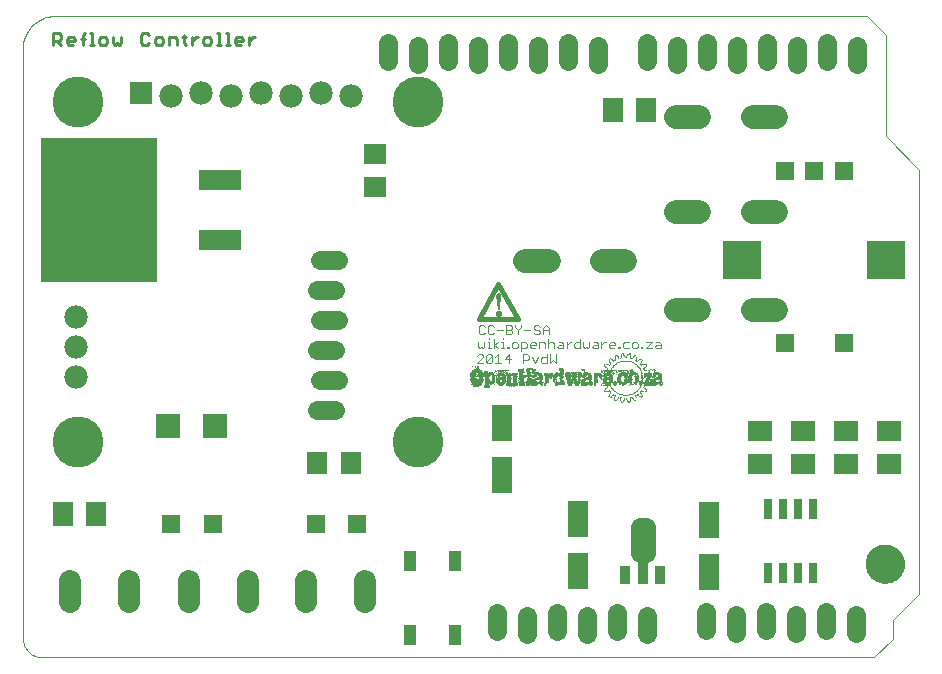
<source format=gts>
G75*
G70*
%OFA0B0*%
%FSLAX24Y24*%
%IPPOS*%
%LPD*%
%AMOC8*
5,1,8,0,0,1.08239X$1,22.5*
%
%ADD10C,0.0000*%
%ADD11C,0.1300*%
%ADD12R,0.0014X0.0014*%
%ADD13R,0.0014X0.0014*%
%ADD14R,0.0015X0.0014*%
%ADD15R,0.0029X0.0014*%
%ADD16R,0.0014X0.0014*%
%ADD17R,0.0014X0.0014*%
%ADD18R,0.0043X0.0014*%
%ADD19R,0.0043X0.0014*%
%ADD20R,0.0029X0.0014*%
%ADD21R,0.0028X0.0014*%
%ADD22R,0.0200X0.0014*%
%ADD23R,0.0042X0.0014*%
%ADD24R,0.0015X0.0014*%
%ADD25R,0.0028X0.0014*%
%ADD26R,0.0058X0.0014*%
%ADD27R,0.0072X0.0014*%
%ADD28R,0.0171X0.0014*%
%ADD29R,0.0186X0.0014*%
%ADD30R,0.0129X0.0014*%
%ADD31R,0.0114X0.0014*%
%ADD32R,0.0214X0.0014*%
%ADD33R,0.0143X0.0014*%
%ADD34R,0.0243X0.0014*%
%ADD35R,0.0143X0.0014*%
%ADD36R,0.0114X0.0014*%
%ADD37R,0.0172X0.0014*%
%ADD38R,0.0229X0.0014*%
%ADD39R,0.0142X0.0014*%
%ADD40R,0.0186X0.0014*%
%ADD41R,0.0071X0.0014*%
%ADD42R,0.0057X0.0014*%
%ADD43R,0.0100X0.0014*%
%ADD44R,0.0072X0.0014*%
%ADD45R,0.0057X0.0014*%
%ADD46R,0.0428X0.0014*%
%ADD47R,0.0271X0.0014*%
%ADD48R,0.0172X0.0014*%
%ADD49R,0.0229X0.0014*%
%ADD50R,0.0400X0.0014*%
%ADD51R,0.0057X0.0014*%
%ADD52R,0.0157X0.0014*%
%ADD53R,0.0128X0.0014*%
%ADD54R,0.0086X0.0014*%
%ADD55R,0.0100X0.0014*%
%ADD56R,0.0471X0.0014*%
%ADD57R,0.0315X0.0014*%
%ADD58R,0.0071X0.0014*%
%ADD59R,0.0215X0.0014*%
%ADD60R,0.0429X0.0014*%
%ADD61R,0.0343X0.0014*%
%ADD62R,0.0142X0.0014*%
%ADD63R,0.0243X0.0014*%
%ADD64R,0.0057X0.0014*%
%ADD65R,0.0486X0.0014*%
%ADD66R,0.0329X0.0014*%
%ADD67R,0.0415X0.0014*%
%ADD68R,0.0172X0.0014*%
%ADD69R,0.0085X0.0014*%
%ADD70R,0.0228X0.0014*%
%ADD71R,0.0115X0.0014*%
%ADD72R,0.0357X0.0014*%
%ADD73R,0.0286X0.0014*%
%ADD74R,0.0257X0.0014*%
%ADD75R,0.0357X0.0014*%
%ADD76R,0.0285X0.0014*%
%ADD77R,0.0428X0.0014*%
%ADD78R,0.0300X0.0014*%
%ADD79R,0.0500X0.0014*%
%ADD80R,0.0371X0.0014*%
%ADD81R,0.0385X0.0014*%
%ADD82R,0.0314X0.0014*%
%ADD83R,0.0157X0.0014*%
%ADD84R,0.0072X0.0014*%
%ADD85R,0.0157X0.0014*%
%ADD86R,0.0214X0.0014*%
%ADD87R,0.0314X0.0014*%
%ADD88R,0.0328X0.0014*%
%ADD89R,0.0128X0.0014*%
%ADD90R,0.0200X0.0014*%
%ADD91R,0.0129X0.0014*%
%ADD92R,0.0114X0.0014*%
%ADD93R,0.0058X0.0014*%
%ADD94R,0.0158X0.0014*%
%ADD95R,0.0114X0.0014*%
%ADD96R,0.0185X0.0014*%
%ADD97R,0.0272X0.0014*%
%ADD98R,0.0443X0.0014*%
%ADD99R,0.0314X0.0014*%
%ADD100R,0.0171X0.0014*%
%ADD101R,0.0086X0.0014*%
%ADD102R,0.0314X0.0014*%
%ADD103R,0.0342X0.0014*%
%ADD104R,0.0115X0.0014*%
%ADD105R,0.0157X0.0014*%
%ADD106R,0.0257X0.0014*%
%ADD107R,0.0457X0.0014*%
%ADD108R,0.0457X0.0014*%
%ADD109R,0.0414X0.0014*%
%ADD110R,0.0185X0.0014*%
%ADD111R,0.0085X0.0014*%
%ADD112R,0.0272X0.0014*%
%ADD113R,0.0242X0.0014*%
%ADD114R,0.0329X0.0014*%
%ADD115R,0.0172X0.0014*%
%ADD116R,0.0042X0.0014*%
%ADD117R,0.0072X0.0014*%
%ADD118R,0.0214X0.0014*%
%ADD119R,0.0271X0.0014*%
%ADD120C,0.0100*%
%ADD121C,0.0030*%
%ADD122C,0.0160*%
%ADD123C,0.0050*%
%ADD124C,0.0039*%
%ADD125R,0.0276X0.0650*%
%ADD126R,0.0827X0.0670*%
%ADD127C,0.0745*%
%ADD128R,0.0670X0.0827*%
%ADD129R,0.0827X0.0827*%
%ADD130C,0.0780*%
%ADD131R,0.0670X0.1221*%
%ADD132R,0.0631X0.0631*%
%ADD133R,0.0670X0.0750*%
%ADD134R,0.0355X0.0591*%
%ADD135R,0.0355X0.0788*%
%ADD136C,0.0630*%
%ADD137R,0.3879X0.4843*%
%ADD138R,0.1418X0.0670*%
%ADD139C,0.0640*%
%ADD140R,0.0780X0.0780*%
%ADD141R,0.0434X0.0709*%
%ADD142R,0.0750X0.0670*%
%ADD143C,0.0808*%
%ADD144R,0.0634X0.0634*%
%ADD145R,0.1306X0.1306*%
%ADD146C,0.1700*%
D10*
X029336Y004277D02*
X029338Y004327D01*
X029344Y004377D01*
X029354Y004426D01*
X029368Y004474D01*
X029385Y004521D01*
X029406Y004566D01*
X029431Y004610D01*
X029459Y004651D01*
X029491Y004690D01*
X029525Y004727D01*
X029562Y004761D01*
X029602Y004791D01*
X029644Y004818D01*
X029688Y004842D01*
X029734Y004863D01*
X029781Y004879D01*
X029829Y004892D01*
X029879Y004901D01*
X029928Y004906D01*
X029979Y004907D01*
X030029Y004904D01*
X030078Y004897D01*
X030127Y004886D01*
X030175Y004871D01*
X030221Y004853D01*
X030266Y004831D01*
X030309Y004805D01*
X030350Y004776D01*
X030389Y004744D01*
X030425Y004709D01*
X030457Y004671D01*
X030487Y004631D01*
X030514Y004588D01*
X030537Y004544D01*
X030556Y004498D01*
X030572Y004450D01*
X030584Y004401D01*
X030592Y004352D01*
X030596Y004302D01*
X030596Y004252D01*
X030592Y004202D01*
X030584Y004153D01*
X030572Y004104D01*
X030556Y004056D01*
X030537Y004010D01*
X030514Y003966D01*
X030487Y003923D01*
X030457Y003883D01*
X030425Y003845D01*
X030389Y003810D01*
X030350Y003778D01*
X030309Y003749D01*
X030266Y003723D01*
X030221Y003701D01*
X030175Y003683D01*
X030127Y003668D01*
X030078Y003657D01*
X030029Y003650D01*
X029979Y003647D01*
X029928Y003648D01*
X029879Y003653D01*
X029829Y003662D01*
X029781Y003675D01*
X029734Y003691D01*
X029688Y003712D01*
X029644Y003736D01*
X029602Y003763D01*
X029562Y003793D01*
X029525Y003827D01*
X029491Y003864D01*
X029459Y003903D01*
X029431Y003944D01*
X029406Y003988D01*
X029385Y004033D01*
X029368Y004080D01*
X029354Y004128D01*
X029344Y004177D01*
X029338Y004227D01*
X029336Y004277D01*
D11*
X029966Y004277D03*
D12*
X022031Y010034D03*
X021831Y009976D03*
X021831Y009962D03*
X021731Y010034D03*
X021831Y010162D03*
X021731Y010291D03*
X021531Y010434D03*
X021531Y010448D03*
X021431Y010605D03*
X021731Y010576D03*
X021831Y010734D03*
X021731Y010862D03*
X021831Y010934D03*
X021731Y011005D03*
X021831Y011076D03*
X021630Y011195D03*
X022031Y010891D03*
X022031Y010876D03*
X022031Y010862D03*
X021931Y010434D03*
X022331Y010376D03*
X022531Y010334D03*
X021431Y009634D03*
X021231Y009634D03*
X021031Y009705D03*
X020831Y009962D03*
X020831Y009991D03*
X020931Y010048D03*
X020831Y010191D03*
X020831Y010205D03*
X020731Y010134D03*
X020631Y010034D03*
X020131Y010234D03*
X020031Y010276D03*
X020131Y010362D03*
X019831Y010648D03*
X019131Y010534D03*
X019031Y010376D03*
X019031Y010362D03*
X019031Y010334D03*
X018031Y010491D03*
X017931Y010491D03*
X017931Y010462D03*
X017031Y010605D03*
X016331Y010834D03*
X016231Y010834D03*
X020631Y010876D03*
X020731Y010762D03*
X020831Y010934D03*
X020931Y010848D03*
X020941Y011016D03*
X021039Y011206D03*
D13*
X021053Y011192D03*
X021082Y011163D03*
X021098Y011145D03*
X021184Y011145D03*
X021182Y011163D03*
X021182Y011177D03*
X021182Y011192D03*
X021182Y011206D03*
X021193Y011235D03*
X021193Y011249D03*
X021273Y011209D03*
X021287Y011195D03*
X021287Y011180D03*
X021287Y011166D03*
X021373Y011166D03*
X021374Y011148D03*
X021387Y011195D03*
X021387Y011209D03*
X021422Y011249D03*
X021479Y011249D03*
X021487Y011209D03*
X021487Y011195D03*
X021487Y011180D03*
X021487Y011166D03*
X021488Y011148D03*
X021488Y011134D03*
X021588Y011148D03*
X021616Y011180D03*
X021688Y011154D03*
X021688Y011140D03*
X021688Y011125D03*
X021688Y011105D03*
X021688Y011091D03*
X021688Y011076D03*
X021674Y011048D03*
X021688Y011034D03*
X021774Y011048D03*
X021874Y011005D03*
X021874Y010991D03*
X021845Y010948D03*
X021845Y010905D03*
X021745Y010848D03*
X021717Y010876D03*
X021788Y010791D03*
X021817Y010762D03*
X021817Y010748D03*
X021845Y010705D03*
X021874Y010648D03*
X021874Y010634D03*
X021874Y010562D03*
X021874Y010548D03*
X021874Y010534D03*
X021874Y010505D03*
X021874Y010476D03*
X021874Y010462D03*
X021874Y010434D03*
X021874Y010362D03*
X021845Y010205D03*
X021845Y010191D03*
X021817Y010148D03*
X021817Y010134D03*
X021788Y010105D03*
X021788Y010091D03*
X021774Y010076D03*
X021745Y010048D03*
X021688Y009991D03*
X021645Y009962D03*
X021617Y009948D03*
X021674Y009848D03*
X021688Y009805D03*
X021745Y009876D03*
X021774Y009862D03*
X021788Y009848D03*
X021817Y009834D03*
X021874Y009834D03*
X021888Y009848D03*
X021888Y009862D03*
X021874Y009891D03*
X021874Y009905D03*
X021845Y009948D03*
X021845Y010005D03*
X021874Y010034D03*
X021945Y010134D03*
X021945Y010148D03*
X021974Y010105D03*
X021988Y010091D03*
X022017Y010062D03*
X022017Y010048D03*
X022017Y010005D03*
X021674Y010276D03*
X021588Y010234D03*
X021517Y010234D03*
X021474Y010205D03*
X021417Y010491D03*
X021417Y010648D03*
X021417Y010662D03*
X021388Y010662D03*
X021388Y010648D03*
X021445Y010648D03*
X021317Y010648D03*
X021045Y010662D03*
X021017Y010691D03*
X020988Y010705D03*
X020974Y010691D03*
X020945Y010648D03*
X020945Y010562D03*
X021017Y010576D03*
X020874Y010762D03*
X020874Y010776D03*
X020888Y010791D03*
X020945Y010862D03*
X020988Y010891D03*
X021045Y010934D03*
X020984Y011045D03*
X020998Y011059D03*
X020998Y011074D03*
X020984Y011102D03*
X020984Y011116D03*
X020984Y011145D03*
X020982Y011163D03*
X020982Y011177D03*
X020982Y011192D03*
X020898Y011059D03*
X020827Y011102D03*
X020798Y011074D03*
X020798Y011045D03*
X020827Y010974D03*
X020827Y010959D03*
X020817Y010891D03*
X020717Y010776D03*
X020717Y010748D03*
X020717Y010734D03*
X020674Y010805D03*
X020645Y010848D03*
X020645Y010891D03*
X020645Y010905D03*
X020545Y010691D03*
X020545Y010662D03*
X020517Y010648D03*
X020574Y010534D03*
X020645Y010648D03*
X020774Y010405D03*
X020845Y010176D03*
X020845Y010162D03*
X020874Y010134D03*
X020888Y010105D03*
X020917Y010062D03*
X020945Y010034D03*
X020974Y010005D03*
X021017Y009976D03*
X021088Y009934D03*
X020988Y009862D03*
X020988Y009848D03*
X020988Y009834D03*
X020974Y009805D03*
X020974Y009791D03*
X020974Y009776D03*
X020974Y009762D03*
X020974Y009748D03*
X020974Y009734D03*
X021074Y009748D03*
X021088Y009776D03*
X021174Y009776D03*
X021174Y009762D03*
X021174Y009748D03*
X021174Y009734D03*
X021174Y009705D03*
X021188Y009676D03*
X021188Y009662D03*
X021188Y009648D03*
X021245Y009648D03*
X021274Y009691D03*
X021288Y009734D03*
X021374Y009734D03*
X021374Y009748D03*
X021374Y009762D03*
X021388Y009705D03*
X021388Y009691D03*
X021417Y009662D03*
X021417Y009648D03*
X021474Y009648D03*
X021474Y009662D03*
X021488Y009676D03*
X021488Y009691D03*
X021488Y009705D03*
X021488Y009734D03*
X021488Y009748D03*
X021488Y009762D03*
X021488Y009776D03*
X021574Y009776D03*
X021588Y009762D03*
X021645Y009705D03*
X021674Y009705D03*
X020917Y009876D03*
X020817Y009934D03*
X020817Y009948D03*
X020845Y009976D03*
X020817Y010005D03*
X020788Y010034D03*
X020688Y010105D03*
X020674Y010091D03*
X020645Y010048D03*
X020645Y010005D03*
X020717Y010148D03*
X020717Y010162D03*
X020545Y010205D03*
X020545Y010234D03*
X020545Y010248D03*
X020517Y010234D03*
X020217Y010276D03*
X020217Y010291D03*
X020188Y010276D03*
X020188Y010334D03*
X020188Y010348D03*
X020145Y010391D03*
X019845Y010391D03*
X019845Y010362D03*
X019817Y010305D03*
X019817Y010291D03*
X019717Y010205D03*
X019688Y010462D03*
X019717Y010491D03*
X019617Y010605D03*
X019517Y010648D03*
X019474Y010648D03*
X019417Y010648D03*
X019374Y010634D03*
X019374Y010605D03*
X019245Y010505D03*
X019245Y010462D03*
X019245Y010448D03*
X019174Y010434D03*
X019145Y010434D03*
X019017Y010348D03*
X018974Y010362D03*
X018974Y010376D03*
X018917Y010391D03*
X018917Y010405D03*
X018574Y010291D03*
X018574Y010276D03*
X018545Y010334D03*
X018517Y010334D03*
X018488Y010234D03*
X018345Y010376D03*
X018188Y010548D03*
X018117Y010505D03*
X018088Y010476D03*
X018074Y010505D03*
X018045Y010348D03*
X017917Y010334D03*
X017645Y010176D03*
X017545Y010176D03*
X017345Y010305D03*
X017374Y010348D03*
X017374Y010634D03*
X017388Y010648D03*
X017345Y010676D03*
X017274Y010662D03*
X017274Y010648D03*
X017417Y010691D03*
X017117Y010705D03*
X017088Y010648D03*
X017017Y010534D03*
X017017Y010505D03*
X017017Y010462D03*
X016945Y010262D03*
X016688Y010134D03*
X016645Y010505D03*
X016645Y010548D03*
X016688Y010548D03*
X016474Y010734D03*
X016374Y010562D03*
X017945Y010762D03*
X018188Y010648D03*
X018188Y010634D03*
X019488Y010448D03*
X020788Y009891D03*
X020788Y009876D03*
X020788Y009862D03*
X020774Y009848D03*
X020788Y009834D03*
X021117Y010334D03*
X021688Y010476D03*
X021717Y010591D03*
X021945Y010748D03*
X021945Y010762D03*
X021974Y010791D03*
X021988Y010805D03*
X022017Y010848D03*
X022017Y010905D03*
X021888Y011048D03*
X021617Y010948D03*
X021588Y010962D03*
X022117Y010691D03*
X022117Y010676D03*
X022117Y010648D03*
X022245Y010705D03*
X022288Y010662D03*
X022188Y010391D03*
X022174Y010376D03*
X022017Y010505D03*
X022474Y010234D03*
D14*
X022560Y010276D03*
X022560Y010291D03*
X022503Y010334D03*
X022160Y010391D03*
X022103Y010634D03*
X022160Y010734D03*
X022203Y010734D03*
X021960Y010734D03*
X021860Y010676D03*
X021860Y010662D03*
X021803Y010776D03*
X021760Y010834D03*
X021703Y010891D03*
X021760Y011034D03*
X021803Y011062D03*
X021860Y011076D03*
X021860Y010976D03*
X021860Y010891D03*
X021560Y010976D03*
X021560Y011091D03*
X021601Y011166D03*
X021408Y011235D03*
X021265Y011235D03*
X021112Y011116D03*
X021112Y011102D03*
X021068Y011177D03*
X020912Y011045D03*
X020812Y011002D03*
X020812Y010988D03*
X020812Y011088D03*
X020960Y010876D03*
X021003Y010905D03*
X021069Y010959D03*
X020903Y010805D03*
X020860Y010748D03*
X020903Y010676D03*
X020860Y010634D03*
X020803Y010634D03*
X020703Y010791D03*
X020660Y010834D03*
X020560Y010548D03*
X020803Y010448D03*
X020703Y010191D03*
X020660Y010076D03*
X020660Y010062D03*
X020803Y009905D03*
X020903Y009862D03*
X021003Y009991D03*
X021060Y009948D03*
X021103Y009791D03*
X021060Y009734D03*
X021260Y009676D03*
X021260Y009662D03*
X021303Y009762D03*
X021403Y009676D03*
X021603Y009748D03*
X021703Y009876D03*
X021660Y009976D03*
X021703Y010005D03*
X021760Y010062D03*
X021860Y009934D03*
X022003Y010076D03*
X021960Y010176D03*
X021960Y010191D03*
X021903Y010362D03*
X021903Y010376D03*
X021903Y010391D03*
X021903Y010405D03*
X021903Y010434D03*
X021903Y010448D03*
X021903Y010462D03*
X021903Y010476D03*
X021903Y010491D03*
X021903Y010505D03*
X021903Y010534D03*
X021403Y010605D03*
X021260Y010676D03*
X021160Y010248D03*
X020903Y010091D03*
X020903Y010076D03*
X020860Y010148D03*
X020560Y010262D03*
X020003Y010376D03*
X019803Y010605D03*
X019803Y010648D03*
X019860Y010734D03*
X019903Y010705D03*
X019403Y010634D03*
X019060Y010534D03*
X018303Y010662D03*
X018203Y010434D03*
X018003Y010476D03*
X017960Y010462D03*
X017903Y010476D03*
X017903Y010491D03*
X017860Y010462D03*
X017760Y010448D03*
X017760Y010376D03*
X017703Y010605D03*
X017360Y010562D03*
X017303Y010634D03*
X017060Y010705D03*
X017003Y010705D03*
X016960Y010648D03*
X017003Y010548D03*
X016960Y010234D03*
X017460Y010176D03*
X016360Y010434D03*
X016203Y010234D03*
D15*
X017053Y010691D03*
X017096Y010691D03*
X017310Y010705D03*
X017953Y010291D03*
X018053Y010334D03*
X018053Y010391D03*
X018310Y010648D03*
X018310Y010676D03*
X018310Y010691D03*
X018496Y010391D03*
X018567Y010262D03*
X018567Y010248D03*
X018953Y010348D03*
X019110Y010548D03*
X019696Y010476D03*
X019853Y010348D03*
X019810Y010276D03*
X020010Y010391D03*
X020067Y010276D03*
X020167Y010362D03*
X020210Y010248D03*
X020696Y010205D03*
X021067Y010334D03*
X020953Y010605D03*
X020896Y010591D03*
X020867Y010705D03*
X020796Y010876D03*
X020753Y010891D03*
X020876Y011074D03*
X021018Y011220D03*
X021162Y011002D03*
X021105Y010974D03*
X020653Y010691D03*
X020610Y010691D03*
X020553Y010648D03*
X020567Y010634D03*
X019953Y010648D03*
X019953Y010676D03*
X019953Y010691D03*
X019896Y010734D03*
X020967Y009876D03*
X020853Y009834D03*
X020996Y009705D03*
X021110Y009805D03*
X021153Y009905D03*
X021553Y009805D03*
X021610Y009734D03*
X021596Y009934D03*
X021567Y010248D03*
X021610Y010305D03*
X021653Y010476D03*
X021653Y010505D03*
X021653Y010534D03*
X021653Y010548D03*
X021610Y010562D03*
X021653Y010634D03*
X021696Y010505D03*
X021953Y010462D03*
X022110Y010205D03*
X022553Y010262D03*
X022567Y010305D03*
X022296Y010648D03*
X022296Y010676D03*
X022296Y010691D03*
X021953Y010776D03*
X021910Y010891D03*
X021651Y011209D03*
D16*
X021574Y011119D03*
X021488Y011119D03*
X021487Y011223D03*
X021273Y011223D03*
X021184Y011131D03*
X020984Y011131D03*
X020927Y011031D03*
X020798Y011031D03*
X020917Y010819D03*
X020845Y010719D03*
X021088Y010719D03*
X021017Y010919D03*
X020588Y010619D03*
X021074Y010319D03*
X021174Y010319D03*
X021474Y010219D03*
X021717Y010019D03*
X021688Y009819D03*
X021488Y009719D03*
X021288Y009719D03*
X021174Y009719D03*
X021045Y009719D03*
X020974Y009719D03*
X020774Y010019D03*
X020874Y010119D03*
X020817Y010219D03*
X020545Y010219D03*
X019917Y010619D03*
X018917Y010419D03*
X018588Y010319D03*
X017345Y010619D03*
X017017Y010519D03*
X016674Y010519D03*
X016645Y010519D03*
X021645Y010619D03*
X021874Y010619D03*
X021874Y010519D03*
X022017Y010519D03*
X022074Y010619D03*
X021774Y010819D03*
X021745Y011019D03*
X021874Y011019D03*
X022574Y010319D03*
D17*
X022031Y010019D03*
X021631Y009719D03*
X020631Y010019D03*
X020531Y010419D03*
X020331Y010419D03*
X020231Y010319D03*
X020831Y010919D03*
X021031Y010719D03*
X021431Y010619D03*
X021831Y010919D03*
X019431Y010619D03*
X017931Y010319D03*
D18*
X017889Y010305D03*
X017803Y010334D03*
X017803Y010434D03*
X017803Y010476D03*
X017946Y010476D03*
X017989Y010505D03*
X018017Y010276D03*
X018360Y010391D03*
X018403Y010276D03*
X018474Y010334D03*
X018303Y010705D03*
X018303Y010734D03*
X019046Y010634D03*
X019174Y010448D03*
X019160Y010405D03*
X018989Y010405D03*
X018946Y010334D03*
X019660Y010605D03*
X019946Y010705D03*
X019946Y010734D03*
X020117Y010334D03*
X020303Y010476D03*
X020374Y010362D03*
X020574Y010405D03*
X020760Y010448D03*
X020917Y010705D03*
X021046Y010634D03*
X021303Y010691D03*
X021203Y011005D03*
X021474Y011005D03*
X021947Y010900D03*
X021984Y010905D03*
X021989Y010705D03*
X021874Y010605D03*
X021874Y010591D03*
X021746Y010505D03*
X021746Y010476D03*
X021746Y010462D03*
X021746Y010448D03*
X021660Y010234D03*
X021474Y009891D03*
X021503Y009791D03*
X021203Y009891D03*
X021160Y009791D03*
X021174Y010305D03*
X020546Y010676D03*
X022289Y010705D03*
X022346Y010391D03*
X022389Y010276D03*
X022460Y010334D03*
X017603Y010305D03*
X017603Y010176D03*
X017203Y010448D03*
X017274Y010562D03*
X016989Y010676D03*
X016403Y010776D03*
X016403Y010791D03*
D19*
X018303Y010719D03*
X018717Y010419D03*
X019946Y010719D03*
X020474Y010619D03*
X020817Y009819D03*
X021517Y010419D03*
X021646Y010519D03*
X022289Y010719D03*
D20*
X021710Y011019D03*
X020910Y010619D03*
X020367Y010419D03*
X020296Y010419D03*
X021567Y009919D03*
X021853Y009819D03*
X021896Y010019D03*
X018653Y010419D03*
X017396Y010619D03*
D21*
X017881Y010334D03*
X017981Y010491D03*
X018138Y010476D03*
X018181Y010534D03*
X018238Y010662D03*
X018838Y010434D03*
X018938Y010362D03*
X018981Y010448D03*
X019181Y010391D03*
X018581Y010305D03*
X020224Y010305D03*
X020224Y010262D03*
X020738Y010005D03*
X020881Y009848D03*
X020938Y009891D03*
X021038Y009962D03*
X021124Y010248D03*
X021024Y010562D03*
X020938Y010576D03*
X020938Y010591D03*
X020924Y010634D03*
X020824Y010648D03*
X021024Y010705D03*
X021134Y010988D03*
X021148Y011116D03*
X020989Y011206D03*
X020848Y011088D03*
X021524Y010991D03*
X021638Y010934D03*
X021681Y010905D03*
X021881Y010876D03*
X021881Y011062D03*
X021680Y011195D03*
X021881Y010576D03*
X021724Y010305D03*
X021681Y010305D03*
X021681Y010291D03*
X021638Y010276D03*
X021624Y010291D03*
X021981Y010205D03*
X021924Y010005D03*
X021681Y009862D03*
X021524Y009905D03*
X022481Y010391D03*
X016738Y010634D03*
X016738Y010662D03*
X016638Y010562D03*
X016324Y010805D03*
D22*
X016352Y010734D03*
X016495Y010576D03*
X016495Y010562D03*
X016481Y010405D03*
X016238Y010548D03*
X017138Y010548D03*
X017167Y010605D03*
X017167Y010676D03*
X018795Y010562D03*
X019481Y010348D03*
X019481Y010334D03*
X019695Y010334D03*
X019695Y010348D03*
X020438Y010576D03*
X020695Y010548D03*
X021252Y010291D03*
X021338Y009876D03*
D23*
X021731Y009891D03*
X020831Y010562D03*
X020831Y010662D03*
X021531Y011105D03*
X018931Y010448D03*
X018231Y010634D03*
X018231Y010648D03*
X018231Y010676D03*
X018131Y010348D03*
X016631Y010576D03*
D24*
X017903Y010319D03*
X019403Y010619D03*
X020703Y010719D03*
X020960Y010619D03*
X021003Y010719D03*
X021403Y010619D03*
X021660Y010919D03*
X022003Y010819D03*
X021960Y010719D03*
X021903Y010519D03*
X021903Y010419D03*
X021960Y010119D03*
X021860Y010019D03*
X021860Y009919D03*
X021803Y010119D03*
X020960Y010019D03*
X020803Y010019D03*
X020803Y009919D03*
X020703Y010119D03*
X020969Y011031D03*
X021401Y011223D03*
D25*
X021138Y010719D03*
X021738Y010319D03*
X021124Y009919D03*
X019681Y010619D03*
D26*
X020781Y010534D03*
X020681Y009991D03*
X022481Y010276D03*
X017881Y010448D03*
X017381Y010605D03*
X017281Y010548D03*
D27*
X017888Y010434D03*
X019174Y010462D03*
X020188Y010234D03*
X020288Y010234D03*
X020288Y010248D03*
X020288Y010262D03*
X020488Y010448D03*
X020474Y010605D03*
X020588Y010705D03*
X020288Y010576D03*
X021674Y010448D03*
X021674Y010262D03*
X021988Y009991D03*
X016388Y010805D03*
D28*
X016367Y010748D03*
X016253Y010648D03*
X016496Y010605D03*
X016496Y010591D03*
X016696Y010205D03*
X016696Y010191D03*
X016696Y010176D03*
X016696Y010162D03*
X016696Y010148D03*
X017167Y010234D03*
X017210Y010691D03*
X017853Y010648D03*
X018253Y010348D03*
X019167Y010591D03*
X019167Y010605D03*
X019196Y010305D03*
X019610Y010391D03*
X019696Y010305D03*
X019696Y010291D03*
X019696Y010276D03*
X019696Y010262D03*
X020767Y010691D03*
X021553Y010648D03*
X022010Y010291D03*
D29*
X022445Y010462D03*
X021517Y010591D03*
X020731Y010234D03*
X019388Y010534D03*
X019388Y010548D03*
X019388Y010562D03*
X019388Y010576D03*
X019388Y010591D03*
X017431Y010534D03*
X017431Y010262D03*
X017145Y010562D03*
X016474Y010648D03*
X016231Y010434D03*
X016231Y010376D03*
X016331Y010191D03*
X016331Y010176D03*
X016331Y010162D03*
D30*
X016846Y010262D03*
X017060Y010362D03*
X017060Y010376D03*
X017060Y010391D03*
X017103Y010448D03*
X017246Y010305D03*
X017646Y010362D03*
X017646Y010391D03*
X017646Y010462D03*
X017846Y010391D03*
X018317Y010562D03*
X018703Y010505D03*
X019603Y010505D03*
X019603Y010476D03*
X019603Y010462D03*
X019603Y010448D03*
X019617Y010648D03*
X019960Y010562D03*
X020346Y010505D03*
X020346Y010491D03*
X020503Y010491D03*
X020617Y010391D03*
X020617Y010376D03*
X020617Y010362D03*
X020660Y010448D03*
X020617Y010191D03*
X020346Y010305D03*
X019903Y010205D03*
X020960Y010305D03*
X021117Y010348D03*
X021117Y010491D03*
X021117Y010505D03*
X021317Y010491D03*
X021317Y010476D03*
X021303Y010305D03*
X021703Y010376D03*
X021703Y010391D03*
X021703Y010405D03*
X021703Y010434D03*
X021703Y010491D03*
X021846Y010291D03*
X021846Y010276D03*
X022046Y010376D03*
X022060Y010405D03*
X022303Y010562D03*
X022503Y010248D03*
X016917Y010548D03*
D31*
X016838Y010634D03*
X016738Y010505D03*
X016695Y010262D03*
X016695Y010248D03*
X016695Y010234D03*
X017267Y010334D03*
X017267Y010491D03*
X017267Y010505D03*
X017438Y010491D03*
X017438Y010476D03*
X017438Y010448D03*
X017438Y010405D03*
X017438Y010391D03*
X017638Y010405D03*
X017638Y010434D03*
X017638Y010448D03*
X017638Y010476D03*
X017638Y010505D03*
X017638Y010376D03*
X017638Y010348D03*
X017638Y010334D03*
X018095Y010548D03*
X018095Y010562D03*
X018095Y010576D03*
X018095Y010591D03*
X018095Y010605D03*
X018095Y010634D03*
X018295Y010491D03*
X018495Y010491D03*
X018495Y010505D03*
X018495Y010534D03*
X018495Y010476D03*
X018695Y010476D03*
X018695Y010462D03*
X018695Y010434D03*
X018695Y010405D03*
X018695Y010376D03*
X018695Y010362D03*
X018695Y010348D03*
X018695Y010334D03*
X018695Y010305D03*
X018695Y010491D03*
X018838Y010534D03*
X018838Y010548D03*
X018824Y010591D03*
X018995Y010562D03*
X019195Y010634D03*
X019195Y010648D03*
X019195Y010662D03*
X019195Y010676D03*
X019195Y010476D03*
X019195Y010362D03*
X019195Y010348D03*
X019424Y010376D03*
X019424Y010391D03*
X019795Y010505D03*
X019938Y010505D03*
X019938Y010491D03*
X019924Y010362D03*
X020138Y010476D03*
X020138Y010491D03*
X020138Y010505D03*
X020138Y010534D03*
X020338Y010462D03*
X020338Y010405D03*
X020338Y010376D03*
X020338Y010348D03*
X020338Y010334D03*
X020824Y010334D03*
X020838Y010348D03*
X020838Y010362D03*
X020824Y010491D03*
X020824Y010505D03*
X020967Y010291D03*
X020967Y010276D03*
X020967Y010262D03*
X020967Y010248D03*
X021324Y010334D03*
X021324Y010348D03*
X021324Y010362D03*
X021324Y010376D03*
X021324Y010391D03*
X021238Y010648D03*
X021138Y010676D03*
X022038Y010191D03*
X022467Y010548D03*
D32*
X022245Y010305D03*
X020717Y010248D03*
X019945Y010262D03*
X019945Y010234D03*
X018245Y010505D03*
X018117Y010762D03*
X017845Y010748D03*
X017845Y010734D03*
X017845Y010705D03*
X017845Y010691D03*
X017845Y010676D03*
X017845Y010662D03*
X017617Y010591D03*
X016345Y010205D03*
X016245Y010534D03*
X016245Y010562D03*
D33*
X016710Y010491D03*
X016710Y010476D03*
X016710Y010462D03*
X016710Y010448D03*
X016710Y010434D03*
X016710Y010405D03*
X016724Y010362D03*
X017096Y010305D03*
X017439Y010291D03*
X017453Y010434D03*
X017653Y010491D03*
X017639Y010291D03*
X017853Y010348D03*
X017853Y010362D03*
X017853Y010376D03*
X018110Y010434D03*
X018253Y010205D03*
X018696Y010291D03*
X018696Y010534D03*
X018467Y010562D03*
X018367Y010634D03*
X019010Y010548D03*
X019396Y010505D03*
X019510Y010605D03*
X019796Y010591D03*
X019796Y010548D03*
X019796Y010534D03*
X019896Y010334D03*
X019696Y010248D03*
X019696Y010234D03*
X020010Y010634D03*
X020110Y010562D03*
X020324Y010591D03*
X020324Y010605D03*
X020339Y010534D03*
X020339Y010291D03*
X020653Y010305D03*
X021110Y010362D03*
X021110Y010376D03*
X021110Y010391D03*
X021110Y010405D03*
X021110Y010434D03*
X021110Y010448D03*
X021110Y010462D03*
X021110Y010476D03*
X021324Y010505D03*
X021324Y010534D03*
X021539Y010634D03*
X021539Y010662D03*
X022053Y010391D03*
X022039Y010362D03*
X022024Y010334D03*
X022010Y010305D03*
X022096Y010462D03*
X022096Y010476D03*
X022110Y010491D03*
X022110Y010505D03*
X022353Y010634D03*
X022453Y010562D03*
X022239Y010205D03*
X021253Y010248D03*
D34*
X016360Y010219D03*
D35*
X016696Y010219D03*
X017439Y010519D03*
X017853Y010419D03*
X019196Y010319D03*
X019696Y010219D03*
X019796Y010519D03*
X020639Y010319D03*
X021110Y010419D03*
X021124Y010519D03*
X021539Y010619D03*
D36*
X020824Y010519D03*
X020824Y010319D03*
X020724Y010219D03*
X020338Y010319D03*
X020138Y010319D03*
X020138Y010519D03*
X018838Y010519D03*
X018695Y010319D03*
X018495Y010319D03*
X018495Y010519D03*
X018095Y010619D03*
X017638Y010419D03*
X017638Y010319D03*
X017438Y010419D03*
X017267Y010319D03*
X017167Y010219D03*
X017267Y010519D03*
D37*
X017438Y010219D03*
X017638Y010219D03*
X016238Y010619D03*
X019924Y010319D03*
X020738Y010619D03*
D38*
X017853Y010219D03*
X016253Y010419D03*
D39*
X017081Y010319D03*
X018081Y010219D03*
X018281Y010519D03*
X019181Y010719D03*
X019481Y010219D03*
D40*
X019488Y010319D03*
X019388Y010519D03*
X019931Y010219D03*
X020031Y010619D03*
X021345Y011019D03*
X022374Y010619D03*
X022245Y010319D03*
X018388Y010619D03*
X018274Y010219D03*
X016488Y010619D03*
D41*
X016746Y010419D03*
X017817Y010319D03*
X018517Y010219D03*
X019617Y010619D03*
X020160Y010219D03*
X021246Y010219D03*
X021846Y010219D03*
X021960Y010519D03*
X022503Y010219D03*
D42*
X021453Y010419D03*
X018639Y010219D03*
D43*
X019045Y010219D03*
X019945Y010519D03*
X020488Y010519D03*
X021845Y010319D03*
X017588Y010619D03*
X016917Y010519D03*
X016745Y010519D03*
D44*
X019774Y010419D03*
X020288Y010219D03*
D45*
X020967Y010219D03*
X019167Y010419D03*
X018967Y010419D03*
X016667Y010419D03*
X016396Y010819D03*
D46*
X022138Y010219D03*
D47*
X022060Y010534D03*
X022403Y010434D03*
X021217Y010276D03*
X020717Y010291D03*
X020746Y010476D03*
X020060Y010434D03*
X018746Y010576D03*
X018417Y010434D03*
X017160Y010291D03*
X016360Y010234D03*
D48*
X016238Y010362D03*
X016224Y010576D03*
X016238Y010605D03*
X016724Y010534D03*
X016724Y010348D03*
X017438Y010276D03*
X017438Y010248D03*
X017438Y010234D03*
X017638Y010234D03*
X017638Y010248D03*
X017638Y010262D03*
X017638Y010276D03*
X019924Y010276D03*
X019924Y010305D03*
X021524Y010576D03*
X021538Y010605D03*
X022238Y010362D03*
X022238Y010348D03*
D49*
X021210Y010705D03*
X019596Y010634D03*
X017853Y010276D03*
X017853Y010262D03*
X017853Y010248D03*
X017853Y010234D03*
X017167Y010591D03*
X016253Y010405D03*
D50*
X018210Y010234D03*
X018352Y010405D03*
D51*
X018510Y010362D03*
X018539Y010234D03*
X018639Y010234D03*
X018639Y010248D03*
X018839Y010448D03*
X018239Y010705D03*
X017924Y010505D03*
X017810Y010462D03*
X017810Y010448D03*
X017339Y010691D03*
X017239Y010705D03*
X017224Y010534D03*
X016839Y010648D03*
X020139Y010276D03*
X020310Y010362D03*
X020839Y010548D03*
X021410Y010634D03*
X021724Y010548D03*
X021953Y010505D03*
X021953Y010491D03*
X021953Y010476D03*
X021853Y010348D03*
X022524Y010234D03*
X021458Y011264D03*
X021229Y011264D03*
X020710Y010905D03*
D52*
X019417Y010476D03*
X019217Y010234D03*
X019046Y010234D03*
X017846Y010548D03*
X017846Y010562D03*
X017846Y010576D03*
X017846Y010591D03*
X017846Y010605D03*
X017846Y010634D03*
X017417Y010334D03*
X016717Y010391D03*
X016217Y010448D03*
X016217Y010462D03*
X016217Y010476D03*
X016217Y010491D03*
X016246Y010634D03*
D53*
X017074Y010405D03*
X017074Y010348D03*
X017074Y010334D03*
X017431Y010305D03*
X017431Y010376D03*
X017431Y010505D03*
X018088Y010648D03*
X018288Y010548D03*
X018974Y010476D03*
X019188Y010334D03*
X019431Y010362D03*
X019474Y010234D03*
X019188Y010691D03*
X019188Y010748D03*
X020131Y010548D03*
X020631Y010505D03*
X020631Y010348D03*
X020631Y010334D03*
X021131Y010534D03*
X021474Y010505D03*
X021474Y010476D03*
X021474Y010462D03*
X021474Y010405D03*
X021488Y010534D03*
X021488Y010548D03*
X021531Y010676D03*
X022031Y010348D03*
D54*
X022267Y010391D03*
X022267Y010734D03*
X021524Y010734D03*
X021481Y010305D03*
X021495Y010276D03*
X020967Y010234D03*
X020967Y010334D03*
X020867Y010534D03*
X020795Y010676D03*
X020724Y010634D03*
X020481Y010462D03*
X020295Y010276D03*
X020138Y010248D03*
X019924Y010391D03*
X019781Y010434D03*
X019781Y010448D03*
X019781Y010462D03*
X019767Y010405D03*
X019767Y010391D03*
X019767Y010376D03*
X019738Y010648D03*
X019438Y010305D03*
X018838Y010462D03*
X018495Y010248D03*
X018467Y010262D03*
X017195Y010662D03*
X017167Y010634D03*
X017095Y010505D03*
X017095Y010491D03*
X016924Y010505D03*
X016924Y010391D03*
X016381Y010762D03*
X021338Y011134D03*
D55*
X021517Y010691D03*
X021488Y010491D03*
X021474Y010334D03*
X021488Y010291D03*
X021702Y010334D03*
X021845Y010334D03*
X021845Y010248D03*
X021845Y010234D03*
X022260Y010376D03*
X022260Y010476D03*
X022274Y010491D03*
X022288Y010534D03*
X022288Y010548D03*
X022460Y010305D03*
X021688Y010562D03*
X021317Y010462D03*
X021260Y010234D03*
X020831Y010376D03*
X020645Y010534D03*
X020488Y010505D03*
X020488Y010476D03*
X020474Y010591D03*
X020331Y010448D03*
X020331Y010434D03*
X020331Y010391D03*
X020117Y010305D03*
X019931Y010348D03*
X019931Y010476D03*
X019945Y010534D03*
X019788Y010491D03*
X019788Y010476D03*
X019417Y010491D03*
X019417Y010405D03*
X019188Y010491D03*
X019174Y010505D03*
X019202Y010534D03*
X019202Y010548D03*
X019002Y010576D03*
X018974Y010534D03*
X018960Y010462D03*
X018845Y010476D03*
X018845Y010491D03*
X018845Y010505D03*
X018688Y010448D03*
X018688Y010391D03*
X018474Y010305D03*
X018274Y010476D03*
X018088Y010405D03*
X017831Y010505D03*
X017788Y010291D03*
X017445Y010348D03*
X017445Y010362D03*
X017445Y010462D03*
X017288Y010448D03*
X017288Y010476D03*
X017274Y010376D03*
X017088Y010534D03*
X016931Y010491D03*
X016931Y010476D03*
X016931Y010462D03*
X016931Y010448D03*
X016931Y010434D03*
X016931Y010405D03*
X016917Y010376D03*
X016917Y010362D03*
X016917Y010534D03*
X016760Y010548D03*
X016660Y010634D03*
X016660Y010662D03*
X020702Y010705D03*
D56*
X022160Y010262D03*
X022160Y010234D03*
D57*
X018210Y010276D03*
X016353Y010248D03*
D58*
X016846Y010248D03*
X017103Y010662D03*
X017360Y010591D03*
X017817Y010491D03*
X017817Y010405D03*
X018117Y010448D03*
X018646Y010562D03*
X018646Y010262D03*
X020660Y010662D03*
X020803Y010705D03*
X020860Y010448D03*
X021103Y010305D03*
X021317Y010448D03*
X021446Y010434D03*
X021503Y010262D03*
X021717Y010534D03*
X021146Y010691D03*
D59*
X017160Y010248D03*
D60*
X018210Y010248D03*
D61*
X018196Y010305D03*
X017553Y010562D03*
X017524Y010548D03*
X017524Y010576D03*
X016767Y010591D03*
X019124Y010262D03*
X019124Y010248D03*
X021224Y010548D03*
X021239Y010562D03*
D62*
X022081Y010448D03*
X022081Y010434D03*
X019481Y010248D03*
X018981Y010491D03*
X019181Y010705D03*
X019181Y010734D03*
X019181Y010762D03*
X019181Y010776D03*
X018681Y010605D03*
X018681Y010591D03*
X018681Y010548D03*
X018281Y010534D03*
X018081Y010662D03*
X016681Y010648D03*
D63*
X016489Y010548D03*
X016489Y010534D03*
X016460Y010376D03*
X017160Y010262D03*
X017174Y010576D03*
X018203Y010391D03*
X018203Y010334D03*
X018389Y010591D03*
X019960Y010248D03*
X020703Y010605D03*
X021217Y010262D03*
X022360Y010605D03*
X022374Y010591D03*
D64*
X022496Y010362D03*
X022096Y010705D03*
X021667Y010605D03*
X021667Y010591D03*
X021667Y010576D03*
X021667Y010462D03*
X021667Y010248D03*
X021496Y010248D03*
X021096Y010291D03*
X020967Y010348D03*
X020896Y010691D03*
X020496Y010434D03*
X020367Y010476D03*
X019167Y010376D03*
X018496Y010276D03*
X017896Y010291D03*
X017896Y010405D03*
X017667Y010305D03*
X017296Y010534D03*
X017467Y010605D03*
X017367Y010705D03*
X017167Y010705D03*
X016667Y010376D03*
X016367Y010362D03*
X016396Y010834D03*
D65*
X022167Y010248D03*
D66*
X016803Y010334D03*
X016360Y010262D03*
X016360Y010691D03*
D67*
X016360Y010348D03*
X016360Y010334D03*
X018203Y010262D03*
D68*
X019481Y010262D03*
X019481Y010276D03*
X019481Y010291D03*
X016481Y010634D03*
D69*
X016753Y010376D03*
X017453Y010591D03*
X017810Y010305D03*
X018653Y010276D03*
X018953Y010434D03*
X019010Y010591D03*
X019010Y010605D03*
X019753Y010362D03*
X020110Y010262D03*
X020653Y010405D03*
X020653Y010491D03*
X020753Y010662D03*
X021453Y010448D03*
X021510Y010705D03*
X022453Y010262D03*
D70*
X020724Y010262D03*
X020724Y010591D03*
D71*
X020810Y010305D03*
X019953Y010548D03*
X019910Y010376D03*
X019410Y010434D03*
X019410Y010448D03*
X019410Y010462D03*
X021710Y010362D03*
X021710Y010348D03*
X021853Y010305D03*
X021853Y010262D03*
X016910Y010348D03*
D72*
X016360Y010291D03*
X016360Y010276D03*
X016360Y010662D03*
X016360Y010676D03*
X019689Y010576D03*
X019689Y010562D03*
D73*
X019981Y010291D03*
X020395Y010562D03*
X022067Y010562D03*
X022067Y010548D03*
X022067Y010576D03*
X022067Y010591D03*
X016781Y010276D03*
X016367Y010705D03*
D74*
X017167Y010276D03*
X018367Y010605D03*
X020067Y010448D03*
X022067Y010605D03*
D75*
X019117Y010291D03*
X019117Y010276D03*
D76*
X020710Y010276D03*
X020753Y010462D03*
X016810Y010562D03*
X016810Y010576D03*
D77*
X022138Y010276D03*
D78*
X021231Y010576D03*
X018188Y010362D03*
X016788Y010291D03*
D79*
X018245Y010291D03*
D80*
X022296Y010291D03*
D81*
X017960Y010534D03*
X016360Y010305D03*
D82*
X016795Y010305D03*
X016767Y010605D03*
X020038Y010405D03*
X020738Y010434D03*
D83*
X021503Y010562D03*
X019603Y010491D03*
X019603Y010434D03*
X019603Y010405D03*
X019003Y010305D03*
X018074Y010676D03*
X018074Y010691D03*
X018074Y010705D03*
X017603Y010605D03*
X016503Y010491D03*
X016503Y010476D03*
X016503Y010462D03*
X016503Y010448D03*
X016503Y010434D03*
X016489Y010362D03*
D84*
X018831Y010605D03*
X019531Y010305D03*
X021231Y010691D03*
D85*
X021317Y010519D03*
X022117Y010519D03*
X018117Y010419D03*
X017846Y010619D03*
X017417Y010319D03*
X016246Y010319D03*
D86*
X016445Y010319D03*
X017845Y010719D03*
D87*
X016795Y010319D03*
X020038Y010419D03*
X020738Y010419D03*
D88*
X018188Y010319D03*
D89*
X017631Y010519D03*
X018988Y010519D03*
X018988Y010319D03*
X019188Y010519D03*
X021231Y010719D03*
X021474Y010519D03*
D90*
X019695Y010319D03*
D91*
X020346Y010519D03*
X020960Y010319D03*
X021317Y010319D03*
X021703Y010419D03*
X022017Y010319D03*
X018703Y010519D03*
D92*
X021481Y010319D03*
X022281Y010519D03*
X022481Y010519D03*
X022481Y010319D03*
D93*
X021681Y010319D03*
X017681Y010619D03*
D94*
X017631Y010534D03*
X017131Y010476D03*
X017131Y010462D03*
X016231Y010591D03*
X020331Y010548D03*
X021231Y010634D03*
X022231Y010334D03*
D95*
X022281Y010505D03*
X022481Y010505D03*
X022481Y010491D03*
X022481Y010476D03*
X022481Y010534D03*
X021481Y010391D03*
X021481Y010376D03*
X021481Y010362D03*
X021481Y010348D03*
X020681Y010676D03*
X020481Y010548D03*
X020481Y010534D03*
X018981Y010505D03*
X018481Y010548D03*
X017281Y010462D03*
X017281Y010362D03*
X017281Y010348D03*
D96*
X018460Y010462D03*
X019160Y010562D03*
X019160Y010576D03*
X019603Y010591D03*
X019603Y010548D03*
X019603Y010534D03*
X019603Y010376D03*
X019603Y010362D03*
X020103Y010462D03*
X020703Y010562D03*
D97*
X022374Y010576D03*
X018388Y010576D03*
X018188Y010376D03*
D98*
X016360Y010391D03*
D99*
X017181Y010434D03*
X022381Y010405D03*
D100*
X019167Y010619D03*
X016496Y010419D03*
D101*
X016924Y010419D03*
X017095Y010519D03*
X021724Y010519D03*
D102*
X022381Y010419D03*
X017181Y010419D03*
D103*
X018381Y010419D03*
D104*
X019410Y010419D03*
X021510Y010719D03*
D105*
X022074Y010419D03*
X019603Y010419D03*
X018074Y010719D03*
D106*
X018124Y010748D03*
X018424Y010448D03*
X020039Y010591D03*
X022410Y010448D03*
D107*
X016367Y010505D03*
D108*
X016367Y010519D03*
D109*
X017988Y010519D03*
D110*
X019603Y010519D03*
D111*
X020653Y010519D03*
X021353Y010719D03*
D112*
X021231Y010591D03*
X020031Y010576D03*
X018131Y010734D03*
D113*
X020031Y010605D03*
X020731Y010576D03*
X021231Y010605D03*
D114*
X016760Y010619D03*
D115*
X017181Y010619D03*
D116*
X018231Y010619D03*
X018231Y010719D03*
X018831Y010619D03*
D117*
X019031Y010619D03*
X019531Y010619D03*
D118*
X021231Y010619D03*
D119*
X016360Y010719D03*
D120*
X008768Y021570D02*
X008768Y021837D01*
X008901Y021837D02*
X008768Y021703D01*
X008901Y021837D02*
X008968Y021837D01*
X008574Y021770D02*
X008574Y021703D01*
X008307Y021703D01*
X008307Y021636D02*
X008307Y021770D01*
X008374Y021837D01*
X008507Y021837D01*
X008574Y021770D01*
X008507Y021570D02*
X008374Y021570D01*
X008307Y021636D01*
X008134Y021570D02*
X008000Y021570D01*
X008067Y021570D02*
X008067Y021970D01*
X008000Y021970D01*
X007760Y021970D02*
X007760Y021570D01*
X007693Y021570D02*
X007827Y021570D01*
X007500Y021636D02*
X007500Y021770D01*
X007433Y021837D01*
X007300Y021837D01*
X007233Y021770D01*
X007233Y021636D01*
X007300Y021570D01*
X007433Y021570D01*
X007500Y021636D01*
X007693Y021970D02*
X007760Y021970D01*
X007050Y021837D02*
X006983Y021837D01*
X006849Y021703D01*
X006849Y021570D02*
X006849Y021837D01*
X006676Y021837D02*
X006542Y021837D01*
X006609Y021903D02*
X006609Y021636D01*
X006676Y021570D01*
X006349Y021570D02*
X006349Y021770D01*
X006282Y021837D01*
X006082Y021837D01*
X006082Y021570D01*
X005889Y021636D02*
X005889Y021770D01*
X005822Y021837D01*
X005688Y021837D01*
X005622Y021770D01*
X005622Y021636D01*
X005688Y021570D01*
X005822Y021570D01*
X005889Y021636D01*
X005428Y021636D02*
X005361Y021570D01*
X005228Y021570D01*
X005161Y021636D01*
X005161Y021903D01*
X005228Y021970D01*
X005361Y021970D01*
X005428Y021903D01*
X004507Y021837D02*
X004507Y021636D01*
X004441Y021570D01*
X004374Y021636D01*
X004307Y021570D01*
X004240Y021636D01*
X004240Y021837D01*
X004047Y021770D02*
X003980Y021837D01*
X003847Y021837D01*
X003780Y021770D01*
X003780Y021636D01*
X003847Y021570D01*
X003980Y021570D01*
X004047Y021636D01*
X004047Y021770D01*
X003607Y021570D02*
X003473Y021570D01*
X003540Y021570D02*
X003540Y021970D01*
X003473Y021970D01*
X003300Y021970D02*
X003233Y021903D01*
X003233Y021570D01*
X003166Y021770D02*
X003300Y021770D01*
X002973Y021770D02*
X002973Y021703D01*
X002706Y021703D01*
X002706Y021636D02*
X002706Y021770D01*
X002773Y021837D01*
X002906Y021837D01*
X002973Y021770D01*
X002906Y021570D02*
X002773Y021570D01*
X002706Y021636D01*
X002512Y021570D02*
X002379Y021703D01*
X002446Y021703D02*
X002245Y021703D01*
X002245Y021570D02*
X002245Y021970D01*
X002446Y021970D01*
X002512Y021903D01*
X002512Y021770D01*
X002446Y021703D01*
D121*
X016426Y012174D02*
X016426Y011974D01*
X016476Y011924D01*
X016576Y011924D01*
X016626Y011974D01*
X016730Y011974D02*
X016780Y011924D01*
X016880Y011924D01*
X016930Y011974D01*
X017034Y012074D02*
X017234Y012074D01*
X017338Y012074D02*
X017488Y012074D01*
X017538Y012024D01*
X017538Y011974D01*
X017488Y011924D01*
X017338Y011924D01*
X017338Y012224D01*
X017488Y012224D01*
X017538Y012174D01*
X017538Y012124D01*
X017488Y012074D01*
X017641Y012174D02*
X017641Y012224D01*
X017641Y012174D02*
X017741Y012074D01*
X017741Y011924D01*
X017741Y012074D02*
X017842Y012174D01*
X017842Y012224D01*
X017945Y012074D02*
X018145Y012074D01*
X018249Y012124D02*
X018299Y012074D01*
X018399Y012074D01*
X018449Y012024D01*
X018449Y011974D01*
X018399Y011924D01*
X018299Y011924D01*
X018249Y011974D01*
X018249Y012124D02*
X018249Y012174D01*
X018299Y012224D01*
X018399Y012224D01*
X018449Y012174D01*
X018553Y012124D02*
X018553Y011924D01*
X018553Y012074D02*
X018753Y012074D01*
X018753Y012124D02*
X018753Y011924D01*
X018742Y011756D02*
X018742Y011456D01*
X018638Y011456D02*
X018638Y011606D01*
X018588Y011656D01*
X018438Y011656D01*
X018438Y011456D01*
X018334Y011556D02*
X018134Y011556D01*
X018134Y011606D02*
X018184Y011656D01*
X018284Y011656D01*
X018334Y011606D01*
X018334Y011556D01*
X018284Y011456D02*
X018184Y011456D01*
X018134Y011506D01*
X018134Y011606D01*
X018030Y011606D02*
X018030Y011506D01*
X017980Y011456D01*
X017830Y011456D01*
X017830Y011355D02*
X017830Y011656D01*
X017980Y011656D01*
X018030Y011606D01*
X017726Y011606D02*
X017676Y011656D01*
X017576Y011656D01*
X017526Y011606D01*
X017526Y011506D01*
X017576Y011456D01*
X017676Y011456D01*
X017726Y011506D01*
X017726Y011606D01*
X017424Y011506D02*
X017424Y011456D01*
X017374Y011456D01*
X017374Y011506D01*
X017424Y011506D01*
X017272Y011456D02*
X017172Y011456D01*
X017222Y011456D02*
X017222Y011656D01*
X017172Y011656D01*
X017069Y011656D02*
X016918Y011556D01*
X017069Y011456D01*
X016918Y011456D02*
X016918Y011756D01*
X016766Y011756D02*
X016766Y011806D01*
X016766Y011656D02*
X016766Y011456D01*
X016716Y011456D02*
X016816Y011456D01*
X016824Y011265D02*
X016874Y011215D01*
X016674Y011014D01*
X016724Y010964D01*
X016824Y010964D01*
X016874Y011014D01*
X016874Y011215D01*
X016824Y011265D02*
X016724Y011265D01*
X016674Y011215D01*
X016674Y011014D01*
X016570Y010964D02*
X016370Y010964D01*
X016570Y011165D01*
X016570Y011215D01*
X016520Y011265D01*
X016420Y011265D01*
X016370Y011215D01*
X016462Y011456D02*
X016512Y011506D01*
X016562Y011456D01*
X016612Y011506D01*
X016612Y011656D01*
X016716Y011656D02*
X016766Y011656D01*
X016412Y011656D02*
X016412Y011506D01*
X016462Y011456D01*
X016978Y011165D02*
X017078Y011265D01*
X017078Y010964D01*
X016978Y010964D02*
X017178Y010964D01*
X017282Y011114D02*
X017482Y011114D01*
X017432Y010964D02*
X017432Y011265D01*
X017282Y011114D01*
X017890Y011064D02*
X018040Y011064D01*
X018090Y011114D01*
X018090Y011215D01*
X018040Y011265D01*
X017890Y011265D01*
X017890Y010964D01*
X018193Y011165D02*
X018294Y010964D01*
X018394Y011165D01*
X018497Y011114D02*
X018547Y011165D01*
X018697Y011165D01*
X018697Y011265D02*
X018697Y010964D01*
X018547Y010964D01*
X018497Y011014D01*
X018497Y011114D01*
X018801Y010964D02*
X018901Y011064D01*
X019001Y010964D01*
X019001Y011265D01*
X018942Y011456D02*
X018942Y011606D01*
X018892Y011656D01*
X018792Y011656D01*
X018742Y011606D01*
X019045Y011506D02*
X019096Y011456D01*
X019246Y011456D01*
X019246Y011606D01*
X019196Y011656D01*
X019096Y011656D01*
X019096Y011556D02*
X019246Y011556D01*
X019349Y011556D02*
X019449Y011656D01*
X019499Y011656D01*
X019603Y011606D02*
X019653Y011656D01*
X019803Y011656D01*
X019803Y011756D02*
X019803Y011456D01*
X019653Y011456D01*
X019603Y011506D01*
X019603Y011606D01*
X019349Y011656D02*
X019349Y011456D01*
X019096Y011556D02*
X019045Y011506D01*
X018801Y011265D02*
X018801Y010964D01*
X019906Y011506D02*
X019956Y011456D01*
X020007Y011506D01*
X020057Y011456D01*
X020107Y011506D01*
X020107Y011656D01*
X020260Y011656D02*
X020360Y011656D01*
X020410Y011606D01*
X020410Y011456D01*
X020260Y011456D01*
X020210Y011506D01*
X020260Y011556D01*
X020410Y011556D01*
X020514Y011556D02*
X020614Y011656D01*
X020664Y011656D01*
X020767Y011606D02*
X020817Y011656D01*
X020917Y011656D01*
X020968Y011606D01*
X020968Y011556D01*
X020767Y011556D01*
X020767Y011506D02*
X020767Y011606D01*
X020767Y011506D02*
X020817Y011456D01*
X020917Y011456D01*
X021071Y011456D02*
X021121Y011456D01*
X021121Y011506D01*
X021071Y011506D01*
X021071Y011456D01*
X021223Y011506D02*
X021273Y011456D01*
X021423Y011456D01*
X021527Y011506D02*
X021577Y011456D01*
X021677Y011456D01*
X021727Y011506D01*
X021727Y011606D01*
X021677Y011656D01*
X021577Y011656D01*
X021527Y011606D01*
X021527Y011506D01*
X021423Y011656D02*
X021273Y011656D01*
X021223Y011606D01*
X021223Y011506D01*
X021831Y011506D02*
X021831Y011456D01*
X021881Y011456D01*
X021881Y011506D01*
X021831Y011506D01*
X021983Y011456D02*
X022183Y011456D01*
X022287Y011506D02*
X022337Y011456D01*
X022487Y011456D01*
X022487Y011606D01*
X022437Y011656D01*
X022337Y011656D01*
X022337Y011556D02*
X022487Y011556D01*
X022337Y011556D02*
X022287Y011506D01*
X022183Y011656D02*
X021983Y011456D01*
X021983Y011656D02*
X022183Y011656D01*
X020514Y011656D02*
X020514Y011456D01*
X019906Y011506D02*
X019906Y011656D01*
X018753Y012124D02*
X018653Y012224D01*
X018553Y012124D01*
X017222Y011806D02*
X017222Y011756D01*
X016930Y012174D02*
X016880Y012224D01*
X016780Y012224D01*
X016730Y012174D01*
X016730Y011974D01*
X016626Y012174D02*
X016576Y012224D01*
X016476Y012224D01*
X016426Y012174D01*
D122*
X016425Y012432D02*
X017718Y012443D01*
X017078Y013620D01*
X016698Y012927D01*
X016704Y012939D02*
X016425Y012432D01*
X017064Y012624D02*
X017066Y012631D01*
X017071Y012636D01*
X017078Y012638D01*
X017085Y012636D01*
X017090Y012631D01*
X017092Y012624D01*
X017090Y012617D01*
X017085Y012612D01*
X017078Y012610D01*
X017071Y012612D01*
X017066Y012617D01*
X017064Y012624D01*
D123*
X017084Y012766D02*
X017080Y013176D01*
X017034Y013215D02*
X017036Y013228D01*
X017041Y013241D01*
X017050Y013252D01*
X017061Y013259D01*
X017074Y013264D01*
X017087Y013265D01*
X017101Y013262D01*
X017113Y013256D01*
X017123Y013247D01*
X017130Y013235D01*
X017134Y013222D01*
X017134Y013208D01*
X017130Y013195D01*
X017123Y013183D01*
X017113Y013174D01*
X017101Y013168D01*
X017087Y013165D01*
X017074Y013166D01*
X017061Y013171D01*
X017050Y013178D01*
X017041Y013189D01*
X017036Y013202D01*
X017034Y013215D01*
X017034Y013211D02*
X017134Y013210D01*
X017084Y012766D01*
X017083Y012768D02*
X017034Y013211D01*
X017066Y013219D02*
X017068Y013226D01*
X017073Y013231D01*
X017080Y013233D01*
X017087Y013231D01*
X017092Y013226D01*
X017094Y013219D01*
X017092Y013212D01*
X017087Y013207D01*
X017080Y013205D01*
X017073Y013207D01*
X017068Y013212D01*
X017066Y013219D01*
D124*
X029607Y001160D02*
X001857Y001160D01*
X001808Y001162D01*
X001759Y001168D01*
X001711Y001177D01*
X001664Y001191D01*
X001618Y001208D01*
X001573Y001228D01*
X001530Y001252D01*
X001490Y001279D01*
X001451Y001310D01*
X001415Y001343D01*
X001382Y001379D01*
X001351Y001418D01*
X001324Y001458D01*
X001300Y001501D01*
X001280Y001546D01*
X001263Y001592D01*
X001249Y001639D01*
X001240Y001687D01*
X001234Y001736D01*
X001232Y001785D01*
X001232Y021535D01*
X001238Y021600D01*
X001247Y021663D01*
X001261Y021726D01*
X001278Y021788D01*
X001299Y021849D01*
X001323Y021909D01*
X001352Y021967D01*
X001383Y022023D01*
X001418Y022077D01*
X001456Y022129D01*
X001497Y022178D01*
X001542Y022225D01*
X001589Y022270D01*
X001638Y022311D01*
X001690Y022349D01*
X001744Y022384D01*
X001800Y022415D01*
X001858Y022444D01*
X001918Y022468D01*
X001979Y022489D01*
X002041Y022506D01*
X002104Y022520D01*
X002167Y022529D01*
X002232Y022535D01*
X029357Y022535D01*
X029982Y021910D01*
X029982Y018535D01*
X031107Y017410D01*
X031107Y003285D01*
X030232Y002410D01*
X030232Y001785D01*
X029607Y001160D01*
D125*
X027560Y003984D03*
X027060Y003984D03*
X026560Y003984D03*
X026060Y003984D03*
X026060Y006110D03*
X026560Y006110D03*
X027060Y006110D03*
X027560Y006110D03*
D126*
X027247Y007614D03*
X025791Y007606D03*
X025791Y008708D03*
X027247Y008716D03*
X028673Y008716D03*
X030114Y008708D03*
X030114Y007606D03*
X028673Y007614D03*
D127*
X012621Y003717D02*
X012621Y003012D01*
X010653Y003012D02*
X010653Y003717D01*
X008724Y003717D02*
X008724Y003012D01*
X006755Y003012D02*
X006755Y003717D01*
X004779Y003717D02*
X004779Y003012D01*
X002810Y003012D02*
X002810Y003717D01*
D128*
X002564Y005931D03*
X003667Y005931D03*
X020900Y019416D03*
X022002Y019416D03*
D129*
X007633Y008874D03*
X006058Y008874D03*
D130*
X002987Y010501D03*
X002987Y011501D03*
X002987Y012501D03*
X006163Y019857D03*
X007163Y019957D03*
X008163Y019857D03*
X009163Y019957D03*
X010163Y019857D03*
X011163Y019957D03*
X012163Y019857D03*
D131*
X017184Y008961D03*
X017184Y007229D03*
X019715Y005772D03*
X019715Y004040D03*
X024096Y004018D03*
X024096Y005751D03*
D132*
X012380Y005602D03*
X011002Y005602D03*
X007554Y005613D03*
X006176Y005613D03*
D133*
X011036Y007639D03*
X012156Y007639D03*
D134*
X021298Y003917D03*
X022479Y003917D03*
D135*
X021888Y004017D03*
D136*
X021993Y004644D02*
X021783Y004644D01*
X021783Y005490D01*
X021993Y005490D01*
X021993Y004644D01*
X021993Y005273D02*
X021783Y005273D01*
D137*
X003767Y016063D03*
D138*
X007814Y015063D03*
X007814Y017063D03*
D139*
X011142Y014405D02*
X011742Y014405D01*
X011642Y013405D02*
X011042Y013405D01*
X011142Y012405D02*
X011742Y012405D01*
X011642Y011405D02*
X011042Y011405D01*
X011142Y010405D02*
X011742Y010405D01*
X011642Y009405D02*
X011042Y009405D01*
X017026Y002653D02*
X017026Y002053D01*
X018026Y001953D02*
X018026Y002553D01*
X019026Y002653D02*
X019026Y002053D01*
X020026Y001953D02*
X020026Y002553D01*
X021026Y002653D02*
X021026Y002053D01*
X022026Y001953D02*
X022026Y002553D01*
X024012Y002670D02*
X024012Y002070D01*
X025012Y001970D02*
X025012Y002570D01*
X026012Y002670D02*
X026012Y002070D01*
X027012Y001970D02*
X027012Y002570D01*
X028012Y002670D02*
X028012Y002070D01*
X029012Y001970D02*
X029012Y002570D01*
X029039Y020951D02*
X029039Y021551D01*
X028039Y021651D02*
X028039Y021051D01*
X027039Y020951D02*
X027039Y021551D01*
X026039Y021651D02*
X026039Y021051D01*
X025039Y020951D02*
X025039Y021551D01*
X024039Y021651D02*
X024039Y021051D01*
X023039Y020951D02*
X023039Y021551D01*
X022039Y021651D02*
X022039Y021051D01*
X020385Y020931D02*
X020385Y021531D01*
X019385Y021631D02*
X019385Y021031D01*
X018385Y020931D02*
X018385Y021531D01*
X017385Y021631D02*
X017385Y021031D01*
X016385Y020931D02*
X016385Y021531D01*
X015385Y021631D02*
X015385Y021031D01*
X014385Y020931D02*
X014385Y021531D01*
X013385Y021631D02*
X013385Y021031D01*
D140*
X005163Y019957D03*
D141*
X014139Y004376D03*
X015635Y004376D03*
X015635Y001895D03*
X014139Y001895D03*
D142*
X012958Y016828D03*
X012958Y017947D03*
D143*
X017981Y014379D02*
X018748Y014379D01*
X020540Y014379D02*
X021308Y014379D01*
X023006Y016004D02*
X023774Y016004D01*
X025565Y016004D02*
X026333Y016004D01*
X026333Y019161D02*
X025565Y019161D01*
X023774Y019161D02*
X023006Y019161D01*
X023005Y012729D02*
X023773Y012729D01*
X025564Y012729D02*
X026332Y012729D01*
D144*
X026622Y011654D03*
X028591Y011654D03*
X028591Y017363D03*
X027607Y017363D03*
X026622Y017363D03*
D145*
X025205Y014410D03*
X030008Y014410D03*
D146*
X014389Y019678D03*
X003051Y019678D03*
X003051Y008340D03*
X014389Y008340D03*
M02*

</source>
